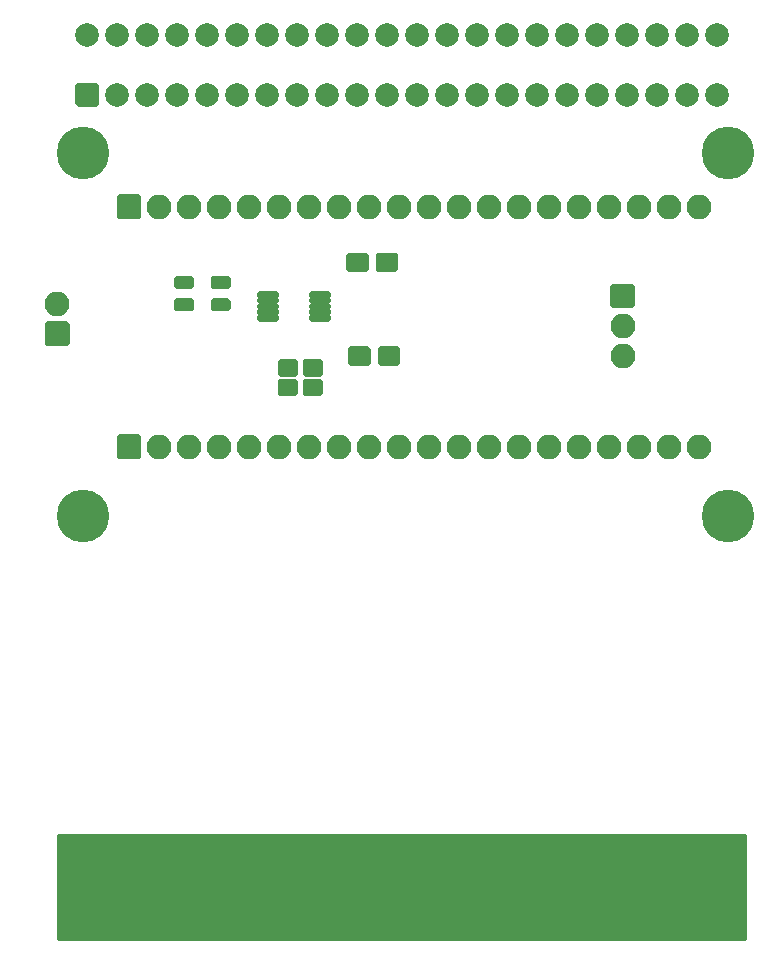
<source format=gbr>
%TF.GenerationSoftware,KiCad,Pcbnew,(5.1.9)-1*%
%TF.CreationDate,2024-11-26T15:48:13-08:00*%
%TF.ProjectId,RADA3K,52414441-334b-42e6-9b69-6361645f7063,rev?*%
%TF.SameCoordinates,Original*%
%TF.FileFunction,Soldermask,Bot*%
%TF.FilePolarity,Negative*%
%FSLAX46Y46*%
G04 Gerber Fmt 4.6, Leading zero omitted, Abs format (unit mm)*
G04 Created by KiCad (PCBNEW (5.1.9)-1) date 2024-11-26 15:48:13*
%MOMM*%
%LPD*%
G01*
G04 APERTURE LIST*
%ADD10C,4.464000*%
%ADD11O,2.100000X2.100000*%
%ADD12C,2.000000*%
%ADD13C,0.254000*%
%ADD14C,0.100000*%
G04 APERTURE END LIST*
D10*
%TO.C,GND*%
X59944000Y-136652000D03*
%TD*%
%TO.C,GND*%
X59944000Y-105918000D03*
%TD*%
%TO.C,GND*%
X114554000Y-136652000D03*
%TD*%
%TO.C,J4*%
G36*
G01*
X58847700Y-120333400D02*
X58847700Y-122033400D01*
G75*
G02*
X58647700Y-122233400I-200000J0D01*
G01*
X56947700Y-122233400D01*
G75*
G02*
X56747700Y-122033400I0J200000D01*
G01*
X56747700Y-120333400D01*
G75*
G02*
X56947700Y-120133400I200000J0D01*
G01*
X58647700Y-120133400D01*
G75*
G02*
X58847700Y-120333400I0J-200000D01*
G01*
G37*
D11*
X57797700Y-118643400D03*
%TD*%
%TO.C,C5*%
G36*
G01*
X86667700Y-114513200D02*
X86667700Y-115763200D01*
G75*
G02*
X86467700Y-115963200I-200000J0D01*
G01*
X84967700Y-115963200D01*
G75*
G02*
X84767700Y-115763200I0J200000D01*
G01*
X84767700Y-114513200D01*
G75*
G02*
X84967700Y-114313200I200000J0D01*
G01*
X86467700Y-114313200D01*
G75*
G02*
X86667700Y-114513200I0J-200000D01*
G01*
G37*
G36*
G01*
X84167700Y-114513200D02*
X84167700Y-115763200D01*
G75*
G02*
X83967700Y-115963200I-200000J0D01*
G01*
X82467700Y-115963200D01*
G75*
G02*
X82267700Y-115763200I0J200000D01*
G01*
X82267700Y-114513200D01*
G75*
G02*
X82467700Y-114313200I200000J0D01*
G01*
X83967700Y-114313200D01*
G75*
G02*
X84167700Y-114513200I0J-200000D01*
G01*
G37*
%TD*%
%TO.C,C6*%
G36*
G01*
X82432800Y-123700700D02*
X82432800Y-122450700D01*
G75*
G02*
X82632800Y-122250700I200000J0D01*
G01*
X84132800Y-122250700D01*
G75*
G02*
X84332800Y-122450700I0J-200000D01*
G01*
X84332800Y-123700700D01*
G75*
G02*
X84132800Y-123900700I-200000J0D01*
G01*
X82632800Y-123900700D01*
G75*
G02*
X82432800Y-123700700I0J200000D01*
G01*
G37*
G36*
G01*
X84932800Y-123700700D02*
X84932800Y-122450700D01*
G75*
G02*
X85132800Y-122250700I200000J0D01*
G01*
X86632800Y-122250700D01*
G75*
G02*
X86832800Y-122450700I0J-200000D01*
G01*
X86832800Y-123700700D01*
G75*
G02*
X86632800Y-123900700I-200000J0D01*
G01*
X85132800Y-123900700D01*
G75*
G02*
X84932800Y-123700700I0J200000D01*
G01*
G37*
%TD*%
%TO.C,Y1*%
G36*
G01*
X76471700Y-124629500D02*
X76471700Y-123529500D01*
G75*
G02*
X76671700Y-123329500I200000J0D01*
G01*
X77971700Y-123329500D01*
G75*
G02*
X78171700Y-123529500I0J-200000D01*
G01*
X78171700Y-124629500D01*
G75*
G02*
X77971700Y-124829500I-200000J0D01*
G01*
X76671700Y-124829500D01*
G75*
G02*
X76471700Y-124629500I0J200000D01*
G01*
G37*
G36*
G01*
X78571700Y-124629500D02*
X78571700Y-123529500D01*
G75*
G02*
X78771700Y-123329500I200000J0D01*
G01*
X80071700Y-123329500D01*
G75*
G02*
X80271700Y-123529500I0J-200000D01*
G01*
X80271700Y-124629500D01*
G75*
G02*
X80071700Y-124829500I-200000J0D01*
G01*
X78771700Y-124829500D01*
G75*
G02*
X78571700Y-124629500I0J200000D01*
G01*
G37*
G36*
G01*
X78571700Y-126279500D02*
X78571700Y-125179500D01*
G75*
G02*
X78771700Y-124979500I200000J0D01*
G01*
X80071700Y-124979500D01*
G75*
G02*
X80271700Y-125179500I0J-200000D01*
G01*
X80271700Y-126279500D01*
G75*
G02*
X80071700Y-126479500I-200000J0D01*
G01*
X78771700Y-126479500D01*
G75*
G02*
X78571700Y-126279500I0J200000D01*
G01*
G37*
G36*
G01*
X76471700Y-126279500D02*
X76471700Y-125179500D01*
G75*
G02*
X76671700Y-124979500I200000J0D01*
G01*
X77971700Y-124979500D01*
G75*
G02*
X78171700Y-125179500I0J-200000D01*
G01*
X78171700Y-126279500D01*
G75*
G02*
X77971700Y-126479500I-200000J0D01*
G01*
X76671700Y-126479500D01*
G75*
G02*
X76471700Y-126279500I0J200000D01*
G01*
G37*
%TD*%
%TO.C,U4*%
G36*
G01*
X79151000Y-120022000D02*
X79151000Y-119722000D01*
G75*
G02*
X79351000Y-119522000I200000J0D01*
G01*
X80751000Y-119522000D01*
G75*
G02*
X80951000Y-119722000I0J-200000D01*
G01*
X80951000Y-120022000D01*
G75*
G02*
X80751000Y-120222000I-200000J0D01*
G01*
X79351000Y-120222000D01*
G75*
G02*
X79151000Y-120022000I0J200000D01*
G01*
G37*
G36*
G01*
X79151000Y-119522000D02*
X79151000Y-119222000D01*
G75*
G02*
X79351000Y-119022000I200000J0D01*
G01*
X80751000Y-119022000D01*
G75*
G02*
X80951000Y-119222000I0J-200000D01*
G01*
X80951000Y-119522000D01*
G75*
G02*
X80751000Y-119722000I-200000J0D01*
G01*
X79351000Y-119722000D01*
G75*
G02*
X79151000Y-119522000I0J200000D01*
G01*
G37*
G36*
G01*
X79151000Y-119022000D02*
X79151000Y-118722000D01*
G75*
G02*
X79351000Y-118522000I200000J0D01*
G01*
X80751000Y-118522000D01*
G75*
G02*
X80951000Y-118722000I0J-200000D01*
G01*
X80951000Y-119022000D01*
G75*
G02*
X80751000Y-119222000I-200000J0D01*
G01*
X79351000Y-119222000D01*
G75*
G02*
X79151000Y-119022000I0J200000D01*
G01*
G37*
G36*
G01*
X79151000Y-118522000D02*
X79151000Y-118222000D01*
G75*
G02*
X79351000Y-118022000I200000J0D01*
G01*
X80751000Y-118022000D01*
G75*
G02*
X80951000Y-118222000I0J-200000D01*
G01*
X80951000Y-118522000D01*
G75*
G02*
X80751000Y-118722000I-200000J0D01*
G01*
X79351000Y-118722000D01*
G75*
G02*
X79151000Y-118522000I0J200000D01*
G01*
G37*
G36*
G01*
X79151000Y-118022000D02*
X79151000Y-117722000D01*
G75*
G02*
X79351000Y-117522000I200000J0D01*
G01*
X80751000Y-117522000D01*
G75*
G02*
X80951000Y-117722000I0J-200000D01*
G01*
X80951000Y-118022000D01*
G75*
G02*
X80751000Y-118222000I-200000J0D01*
G01*
X79351000Y-118222000D01*
G75*
G02*
X79151000Y-118022000I0J200000D01*
G01*
G37*
G36*
G01*
X74751000Y-118022000D02*
X74751000Y-117722000D01*
G75*
G02*
X74951000Y-117522000I200000J0D01*
G01*
X76351000Y-117522000D01*
G75*
G02*
X76551000Y-117722000I0J-200000D01*
G01*
X76551000Y-118022000D01*
G75*
G02*
X76351000Y-118222000I-200000J0D01*
G01*
X74951000Y-118222000D01*
G75*
G02*
X74751000Y-118022000I0J200000D01*
G01*
G37*
G36*
G01*
X74751000Y-118522000D02*
X74751000Y-118222000D01*
G75*
G02*
X74951000Y-118022000I200000J0D01*
G01*
X76351000Y-118022000D01*
G75*
G02*
X76551000Y-118222000I0J-200000D01*
G01*
X76551000Y-118522000D01*
G75*
G02*
X76351000Y-118722000I-200000J0D01*
G01*
X74951000Y-118722000D01*
G75*
G02*
X74751000Y-118522000I0J200000D01*
G01*
G37*
G36*
G01*
X74751000Y-119022000D02*
X74751000Y-118722000D01*
G75*
G02*
X74951000Y-118522000I200000J0D01*
G01*
X76351000Y-118522000D01*
G75*
G02*
X76551000Y-118722000I0J-200000D01*
G01*
X76551000Y-119022000D01*
G75*
G02*
X76351000Y-119222000I-200000J0D01*
G01*
X74951000Y-119222000D01*
G75*
G02*
X74751000Y-119022000I0J200000D01*
G01*
G37*
G36*
G01*
X74751000Y-119522000D02*
X74751000Y-119222000D01*
G75*
G02*
X74951000Y-119022000I200000J0D01*
G01*
X76351000Y-119022000D01*
G75*
G02*
X76551000Y-119222000I0J-200000D01*
G01*
X76551000Y-119522000D01*
G75*
G02*
X76351000Y-119722000I-200000J0D01*
G01*
X74951000Y-119722000D01*
G75*
G02*
X74751000Y-119522000I0J200000D01*
G01*
G37*
G36*
G01*
X74751000Y-120022000D02*
X74751000Y-119722000D01*
G75*
G02*
X74951000Y-119522000I200000J0D01*
G01*
X76351000Y-119522000D01*
G75*
G02*
X76551000Y-119722000I0J-200000D01*
G01*
X76551000Y-120022000D01*
G75*
G02*
X76351000Y-120222000I-200000J0D01*
G01*
X74951000Y-120222000D01*
G75*
G02*
X74751000Y-120022000I0J200000D01*
G01*
G37*
%TD*%
%TO.C,R1*%
G36*
G01*
X69192200Y-119293100D02*
X67892200Y-119293100D01*
G75*
G02*
X67692200Y-119093100I0J200000D01*
G01*
X67692200Y-118393100D01*
G75*
G02*
X67892200Y-118193100I200000J0D01*
G01*
X69192200Y-118193100D01*
G75*
G02*
X69392200Y-118393100I0J-200000D01*
G01*
X69392200Y-119093100D01*
G75*
G02*
X69192200Y-119293100I-200000J0D01*
G01*
G37*
G36*
G01*
X69192200Y-117393100D02*
X67892200Y-117393100D01*
G75*
G02*
X67692200Y-117193100I0J200000D01*
G01*
X67692200Y-116493100D01*
G75*
G02*
X67892200Y-116293100I200000J0D01*
G01*
X69192200Y-116293100D01*
G75*
G02*
X69392200Y-116493100I0J-200000D01*
G01*
X69392200Y-117193100D01*
G75*
G02*
X69192200Y-117393100I-200000J0D01*
G01*
G37*
%TD*%
%TO.C,R2*%
G36*
G01*
X72291000Y-119293100D02*
X70991000Y-119293100D01*
G75*
G02*
X70791000Y-119093100I0J200000D01*
G01*
X70791000Y-118393100D01*
G75*
G02*
X70991000Y-118193100I200000J0D01*
G01*
X72291000Y-118193100D01*
G75*
G02*
X72491000Y-118393100I0J-200000D01*
G01*
X72491000Y-119093100D01*
G75*
G02*
X72291000Y-119293100I-200000J0D01*
G01*
G37*
G36*
G01*
X72291000Y-117393100D02*
X70991000Y-117393100D01*
G75*
G02*
X70791000Y-117193100I0J200000D01*
G01*
X70791000Y-116493100D01*
G75*
G02*
X70991000Y-116293100I200000J0D01*
G01*
X72291000Y-116293100D01*
G75*
G02*
X72491000Y-116493100I0J-200000D01*
G01*
X72491000Y-117193100D01*
G75*
G02*
X72291000Y-117393100I-200000J0D01*
G01*
G37*
%TD*%
%TO.C,J1*%
G36*
G01*
X104614000Y-118833000D02*
X104614000Y-117133000D01*
G75*
G02*
X104814000Y-116933000I200000J0D01*
G01*
X106514000Y-116933000D01*
G75*
G02*
X106714000Y-117133000I0J-200000D01*
G01*
X106714000Y-118833000D01*
G75*
G02*
X106514000Y-119033000I-200000J0D01*
G01*
X104814000Y-119033000D01*
G75*
G02*
X104614000Y-118833000I0J200000D01*
G01*
G37*
X105664000Y-120523000D03*
X105664000Y-123063000D03*
%TD*%
%TO.C,J3*%
X112141000Y-110439200D03*
X109601000Y-110439200D03*
X107061000Y-110439200D03*
X104521000Y-110439200D03*
X101981000Y-110439200D03*
X99441000Y-110439200D03*
X96901000Y-110439200D03*
X94361000Y-110439200D03*
X91821000Y-110439200D03*
X89281000Y-110439200D03*
X86741000Y-110439200D03*
X84201000Y-110439200D03*
X81661000Y-110439200D03*
X79121000Y-110439200D03*
X76581000Y-110439200D03*
X74041000Y-110439200D03*
X71501000Y-110439200D03*
X68961000Y-110439200D03*
X66421000Y-110439200D03*
G36*
G01*
X64731000Y-111489200D02*
X63031000Y-111489200D01*
G75*
G02*
X62831000Y-111289200I0J200000D01*
G01*
X62831000Y-109589200D01*
G75*
G02*
X63031000Y-109389200I200000J0D01*
G01*
X64731000Y-109389200D01*
G75*
G02*
X64931000Y-109589200I0J-200000D01*
G01*
X64931000Y-111289200D01*
G75*
G02*
X64731000Y-111489200I-200000J0D01*
G01*
G37*
%TD*%
%TO.C,J2*%
X112141000Y-130759200D03*
X109601000Y-130759200D03*
X107061000Y-130759200D03*
X104521000Y-130759200D03*
X101981000Y-130759200D03*
X99441000Y-130759200D03*
X96901000Y-130759200D03*
X94361000Y-130759200D03*
X91821000Y-130759200D03*
X89281000Y-130759200D03*
X86741000Y-130759200D03*
X84201000Y-130759200D03*
X81661000Y-130759200D03*
X79121000Y-130759200D03*
X76581000Y-130759200D03*
X74041000Y-130759200D03*
X71501000Y-130759200D03*
X68961000Y-130759200D03*
X66421000Y-130759200D03*
G36*
G01*
X64731000Y-131809200D02*
X63031000Y-131809200D01*
G75*
G02*
X62831000Y-131609200I0J200000D01*
G01*
X62831000Y-129909200D01*
G75*
G02*
X63031000Y-129709200I200000J0D01*
G01*
X64731000Y-129709200D01*
G75*
G02*
X64931000Y-129909200I0J-200000D01*
G01*
X64931000Y-131609200D01*
G75*
G02*
X64731000Y-131809200I-200000J0D01*
G01*
G37*
%TD*%
D12*
%TO.C,J5*%
X113690400Y-95872300D03*
X111150400Y-95872300D03*
X108610400Y-95872300D03*
X106070400Y-95872300D03*
X103530400Y-95872300D03*
X100990400Y-95872300D03*
X98450400Y-95872300D03*
X95910400Y-95872300D03*
X93370400Y-95872300D03*
X90830400Y-95872300D03*
X88290400Y-95872300D03*
X85750400Y-95872300D03*
X83210400Y-95872300D03*
X80670400Y-95872300D03*
X78130400Y-95872300D03*
X75590400Y-95872300D03*
X73050400Y-95872300D03*
X70510400Y-95872300D03*
X67970400Y-95872300D03*
X65430400Y-95872300D03*
X62890400Y-95872300D03*
X60350400Y-95872300D03*
X113690400Y-100952300D03*
X111150400Y-100952300D03*
X108610400Y-100952300D03*
X106070400Y-100952300D03*
X103530400Y-100952300D03*
X100990400Y-100952300D03*
X98450400Y-100952300D03*
X95910400Y-100952300D03*
X93370400Y-100952300D03*
X90830400Y-100952300D03*
X88290400Y-100952300D03*
X85750400Y-100952300D03*
X83210400Y-100952300D03*
X80670400Y-100952300D03*
X78130400Y-100952300D03*
X75590400Y-100952300D03*
X73050400Y-100952300D03*
X70510400Y-100952300D03*
X67970400Y-100952300D03*
X65430400Y-100952300D03*
G36*
G01*
X59350400Y-101752300D02*
X59350400Y-100152300D01*
G75*
G02*
X59550400Y-99952300I200000J0D01*
G01*
X61150400Y-99952300D01*
G75*
G02*
X61350400Y-100152300I0J-200000D01*
G01*
X61350400Y-101752300D01*
G75*
G02*
X61150400Y-101952300I-200000J0D01*
G01*
X59550400Y-101952300D01*
G75*
G02*
X59350400Y-101752300I0J200000D01*
G01*
G37*
X62890400Y-100952300D03*
%TD*%
D10*
%TO.C,GND*%
X114554000Y-105918000D03*
%TD*%
D13*
X116051882Y-172389800D02*
X57835800Y-172389800D01*
X57835800Y-163652145D01*
X116002514Y-163626855D01*
X116051882Y-172389800D01*
D14*
G36*
X116051882Y-172389800D02*
G01*
X57835800Y-172389800D01*
X57835800Y-163652145D01*
X116002514Y-163626855D01*
X116051882Y-172389800D01*
G37*
M02*

</source>
